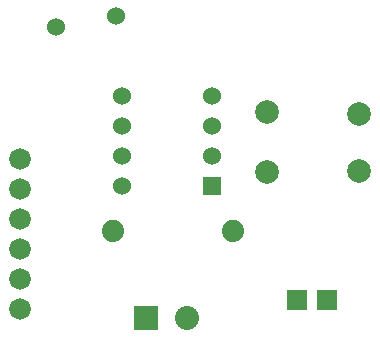
<source format=gtl>
G04 Layer: TopLayer*
G04 EasyEDA v6.5.38, 2023-11-21 20:31:00*
G04 3b2ada83d2834a8189a3dbe9e069efb4,bdc27fef4a1345bbb39b87b2aadd64ff,10*
G04 Gerber Generator version 0.2*
G04 Scale: 100 percent, Rotated: No, Reflected: No *
G04 Dimensions in millimeters *
G04 leading zeros omitted , absolute positions ,4 integer and 5 decimal *
%FSLAX45Y45*%
%MOMM*%

%ADD10R,2.0320X2.0320*%
%ADD11C,2.0320*%
%ADD12R,1.6764X1.6764*%
%ADD13C,2.0000*%
%ADD14C,1.8796*%
%ADD15R,1.5240X1.5240*%
%ADD16C,1.5240*%
%ADD17C,1.8288*%

%LPD*%
D10*
G01*
X5843600Y2540000D03*
D11*
G01*
X6193612Y2540000D03*
D12*
G01*
X7124700Y2692400D03*
G01*
X7378700Y2692400D03*
D13*
G01*
X6870700Y4279900D03*
G01*
X7645400Y3784600D03*
G01*
X6870700Y3771900D03*
G01*
X7645400Y4267200D03*
D14*
G01*
X5562600Y3276600D03*
G01*
X6578600Y3276600D03*
D15*
G01*
X6400800Y3657600D03*
D16*
G01*
X6400800Y3911600D03*
G01*
X6400800Y4165600D03*
G01*
X6400800Y4419600D03*
G01*
X5638800Y4419600D03*
G01*
X5638800Y4165600D03*
G01*
X5638800Y3911600D03*
G01*
X5638800Y3657600D03*
D17*
G01*
X4775200Y2616200D03*
G01*
X4775200Y2870200D03*
G01*
X4775200Y3124200D03*
G01*
X4775200Y3378200D03*
G01*
X4775200Y3632200D03*
G01*
X4775200Y3886200D03*
D16*
G01*
X5080000Y5003800D03*
G01*
X5588000Y5092700D03*
M02*

</source>
